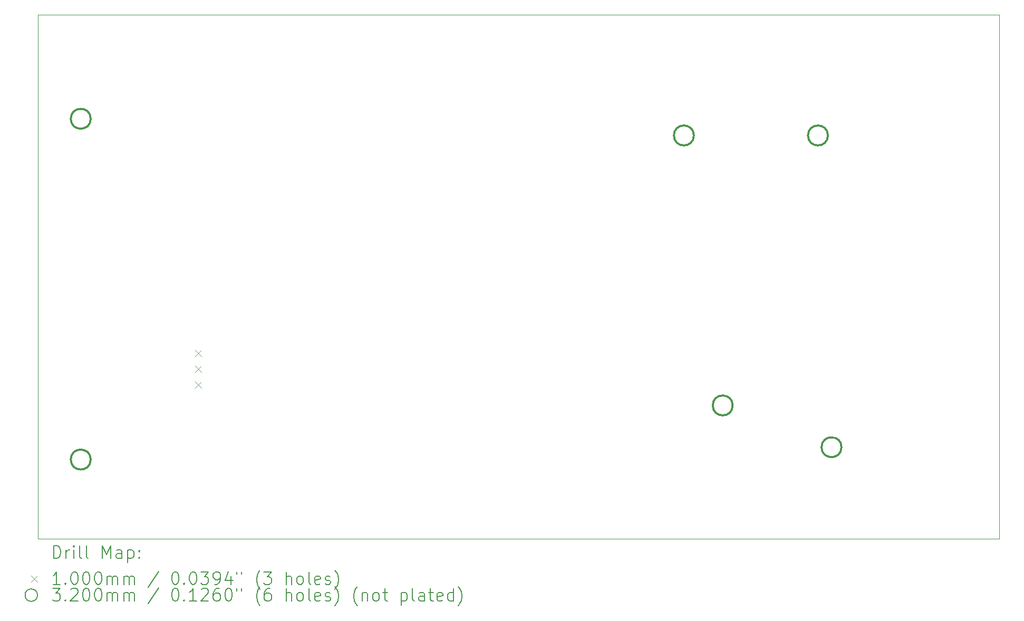
<source format=gbr>
%TF.GenerationSoftware,KiCad,Pcbnew,7.0.5*%
%TF.CreationDate,2024-01-23T10:43:06-05:00*%
%TF.ProjectId,PrawnDO_Breakout_Connectorized,50726177-6e44-44f5-9f42-7265616b6f75,rev?*%
%TF.SameCoordinates,Original*%
%TF.FileFunction,Drillmap*%
%TF.FilePolarity,Positive*%
%FSLAX45Y45*%
G04 Gerber Fmt 4.5, Leading zero omitted, Abs format (unit mm)*
G04 Created by KiCad (PCBNEW 7.0.5) date 2024-01-23 10:43:06*
%MOMM*%
%LPD*%
G01*
G04 APERTURE LIST*
%ADD10C,0.100000*%
%ADD11C,0.200000*%
%ADD12C,0.320000*%
G04 APERTURE END LIST*
D10*
X6790000Y-5420000D02*
X22230000Y-5420000D01*
X22230000Y-13830000D01*
X6790000Y-13830000D01*
X6790000Y-5420000D01*
D11*
D10*
X9314980Y-10803420D02*
X9414980Y-10903420D01*
X9414980Y-10803420D02*
X9314980Y-10903420D01*
X9314980Y-11057420D02*
X9414980Y-11157420D01*
X9414980Y-11057420D02*
X9314980Y-11157420D01*
X9314980Y-11311420D02*
X9414980Y-11411420D01*
X9414980Y-11311420D02*
X9314980Y-11411420D01*
D12*
X7640000Y-7088000D02*
G75*
G03*
X7640000Y-7088000I-160000J0D01*
G01*
X7640000Y-12561000D02*
G75*
G03*
X7640000Y-12561000I-160000J0D01*
G01*
X17324000Y-7356000D02*
G75*
G03*
X17324000Y-7356000I-160000J0D01*
G01*
X17948000Y-11692000D02*
G75*
G03*
X17948000Y-11692000I-160000J0D01*
G01*
X19477000Y-7356000D02*
G75*
G03*
X19477000Y-7356000I-160000J0D01*
G01*
X19695000Y-12363000D02*
G75*
G03*
X19695000Y-12363000I-160000J0D01*
G01*
D11*
X7045777Y-14146484D02*
X7045777Y-13946484D01*
X7045777Y-13946484D02*
X7093396Y-13946484D01*
X7093396Y-13946484D02*
X7121967Y-13956008D01*
X7121967Y-13956008D02*
X7141015Y-13975055D01*
X7141015Y-13975055D02*
X7150539Y-13994103D01*
X7150539Y-13994103D02*
X7160062Y-14032198D01*
X7160062Y-14032198D02*
X7160062Y-14060769D01*
X7160062Y-14060769D02*
X7150539Y-14098865D01*
X7150539Y-14098865D02*
X7141015Y-14117912D01*
X7141015Y-14117912D02*
X7121967Y-14136960D01*
X7121967Y-14136960D02*
X7093396Y-14146484D01*
X7093396Y-14146484D02*
X7045777Y-14146484D01*
X7245777Y-14146484D02*
X7245777Y-14013150D01*
X7245777Y-14051246D02*
X7255301Y-14032198D01*
X7255301Y-14032198D02*
X7264824Y-14022674D01*
X7264824Y-14022674D02*
X7283872Y-14013150D01*
X7283872Y-14013150D02*
X7302920Y-14013150D01*
X7369586Y-14146484D02*
X7369586Y-14013150D01*
X7369586Y-13946484D02*
X7360062Y-13956008D01*
X7360062Y-13956008D02*
X7369586Y-13965531D01*
X7369586Y-13965531D02*
X7379110Y-13956008D01*
X7379110Y-13956008D02*
X7369586Y-13946484D01*
X7369586Y-13946484D02*
X7369586Y-13965531D01*
X7493396Y-14146484D02*
X7474348Y-14136960D01*
X7474348Y-14136960D02*
X7464824Y-14117912D01*
X7464824Y-14117912D02*
X7464824Y-13946484D01*
X7598158Y-14146484D02*
X7579110Y-14136960D01*
X7579110Y-14136960D02*
X7569586Y-14117912D01*
X7569586Y-14117912D02*
X7569586Y-13946484D01*
X7826729Y-14146484D02*
X7826729Y-13946484D01*
X7826729Y-13946484D02*
X7893396Y-14089341D01*
X7893396Y-14089341D02*
X7960062Y-13946484D01*
X7960062Y-13946484D02*
X7960062Y-14146484D01*
X8141015Y-14146484D02*
X8141015Y-14041722D01*
X8141015Y-14041722D02*
X8131491Y-14022674D01*
X8131491Y-14022674D02*
X8112443Y-14013150D01*
X8112443Y-14013150D02*
X8074348Y-14013150D01*
X8074348Y-14013150D02*
X8055301Y-14022674D01*
X8141015Y-14136960D02*
X8121967Y-14146484D01*
X8121967Y-14146484D02*
X8074348Y-14146484D01*
X8074348Y-14146484D02*
X8055301Y-14136960D01*
X8055301Y-14136960D02*
X8045777Y-14117912D01*
X8045777Y-14117912D02*
X8045777Y-14098865D01*
X8045777Y-14098865D02*
X8055301Y-14079817D01*
X8055301Y-14079817D02*
X8074348Y-14070293D01*
X8074348Y-14070293D02*
X8121967Y-14070293D01*
X8121967Y-14070293D02*
X8141015Y-14060769D01*
X8236253Y-14013150D02*
X8236253Y-14213150D01*
X8236253Y-14022674D02*
X8255301Y-14013150D01*
X8255301Y-14013150D02*
X8293396Y-14013150D01*
X8293396Y-14013150D02*
X8312443Y-14022674D01*
X8312443Y-14022674D02*
X8321967Y-14032198D01*
X8321967Y-14032198D02*
X8331491Y-14051246D01*
X8331491Y-14051246D02*
X8331491Y-14108388D01*
X8331491Y-14108388D02*
X8321967Y-14127436D01*
X8321967Y-14127436D02*
X8312443Y-14136960D01*
X8312443Y-14136960D02*
X8293396Y-14146484D01*
X8293396Y-14146484D02*
X8255301Y-14146484D01*
X8255301Y-14146484D02*
X8236253Y-14136960D01*
X8417205Y-14127436D02*
X8426729Y-14136960D01*
X8426729Y-14136960D02*
X8417205Y-14146484D01*
X8417205Y-14146484D02*
X8407682Y-14136960D01*
X8407682Y-14136960D02*
X8417205Y-14127436D01*
X8417205Y-14127436D02*
X8417205Y-14146484D01*
X8417205Y-14022674D02*
X8426729Y-14032198D01*
X8426729Y-14032198D02*
X8417205Y-14041722D01*
X8417205Y-14041722D02*
X8407682Y-14032198D01*
X8407682Y-14032198D02*
X8417205Y-14022674D01*
X8417205Y-14022674D02*
X8417205Y-14041722D01*
D10*
X6685000Y-14425000D02*
X6785000Y-14525000D01*
X6785000Y-14425000D02*
X6685000Y-14525000D01*
D11*
X7150539Y-14566484D02*
X7036253Y-14566484D01*
X7093396Y-14566484D02*
X7093396Y-14366484D01*
X7093396Y-14366484D02*
X7074348Y-14395055D01*
X7074348Y-14395055D02*
X7055301Y-14414103D01*
X7055301Y-14414103D02*
X7036253Y-14423627D01*
X7236253Y-14547436D02*
X7245777Y-14556960D01*
X7245777Y-14556960D02*
X7236253Y-14566484D01*
X7236253Y-14566484D02*
X7226729Y-14556960D01*
X7226729Y-14556960D02*
X7236253Y-14547436D01*
X7236253Y-14547436D02*
X7236253Y-14566484D01*
X7369586Y-14366484D02*
X7388634Y-14366484D01*
X7388634Y-14366484D02*
X7407682Y-14376008D01*
X7407682Y-14376008D02*
X7417205Y-14385531D01*
X7417205Y-14385531D02*
X7426729Y-14404579D01*
X7426729Y-14404579D02*
X7436253Y-14442674D01*
X7436253Y-14442674D02*
X7436253Y-14490293D01*
X7436253Y-14490293D02*
X7426729Y-14528388D01*
X7426729Y-14528388D02*
X7417205Y-14547436D01*
X7417205Y-14547436D02*
X7407682Y-14556960D01*
X7407682Y-14556960D02*
X7388634Y-14566484D01*
X7388634Y-14566484D02*
X7369586Y-14566484D01*
X7369586Y-14566484D02*
X7350539Y-14556960D01*
X7350539Y-14556960D02*
X7341015Y-14547436D01*
X7341015Y-14547436D02*
X7331491Y-14528388D01*
X7331491Y-14528388D02*
X7321967Y-14490293D01*
X7321967Y-14490293D02*
X7321967Y-14442674D01*
X7321967Y-14442674D02*
X7331491Y-14404579D01*
X7331491Y-14404579D02*
X7341015Y-14385531D01*
X7341015Y-14385531D02*
X7350539Y-14376008D01*
X7350539Y-14376008D02*
X7369586Y-14366484D01*
X7560062Y-14366484D02*
X7579110Y-14366484D01*
X7579110Y-14366484D02*
X7598158Y-14376008D01*
X7598158Y-14376008D02*
X7607682Y-14385531D01*
X7607682Y-14385531D02*
X7617205Y-14404579D01*
X7617205Y-14404579D02*
X7626729Y-14442674D01*
X7626729Y-14442674D02*
X7626729Y-14490293D01*
X7626729Y-14490293D02*
X7617205Y-14528388D01*
X7617205Y-14528388D02*
X7607682Y-14547436D01*
X7607682Y-14547436D02*
X7598158Y-14556960D01*
X7598158Y-14556960D02*
X7579110Y-14566484D01*
X7579110Y-14566484D02*
X7560062Y-14566484D01*
X7560062Y-14566484D02*
X7541015Y-14556960D01*
X7541015Y-14556960D02*
X7531491Y-14547436D01*
X7531491Y-14547436D02*
X7521967Y-14528388D01*
X7521967Y-14528388D02*
X7512443Y-14490293D01*
X7512443Y-14490293D02*
X7512443Y-14442674D01*
X7512443Y-14442674D02*
X7521967Y-14404579D01*
X7521967Y-14404579D02*
X7531491Y-14385531D01*
X7531491Y-14385531D02*
X7541015Y-14376008D01*
X7541015Y-14376008D02*
X7560062Y-14366484D01*
X7750539Y-14366484D02*
X7769586Y-14366484D01*
X7769586Y-14366484D02*
X7788634Y-14376008D01*
X7788634Y-14376008D02*
X7798158Y-14385531D01*
X7798158Y-14385531D02*
X7807682Y-14404579D01*
X7807682Y-14404579D02*
X7817205Y-14442674D01*
X7817205Y-14442674D02*
X7817205Y-14490293D01*
X7817205Y-14490293D02*
X7807682Y-14528388D01*
X7807682Y-14528388D02*
X7798158Y-14547436D01*
X7798158Y-14547436D02*
X7788634Y-14556960D01*
X7788634Y-14556960D02*
X7769586Y-14566484D01*
X7769586Y-14566484D02*
X7750539Y-14566484D01*
X7750539Y-14566484D02*
X7731491Y-14556960D01*
X7731491Y-14556960D02*
X7721967Y-14547436D01*
X7721967Y-14547436D02*
X7712443Y-14528388D01*
X7712443Y-14528388D02*
X7702920Y-14490293D01*
X7702920Y-14490293D02*
X7702920Y-14442674D01*
X7702920Y-14442674D02*
X7712443Y-14404579D01*
X7712443Y-14404579D02*
X7721967Y-14385531D01*
X7721967Y-14385531D02*
X7731491Y-14376008D01*
X7731491Y-14376008D02*
X7750539Y-14366484D01*
X7902920Y-14566484D02*
X7902920Y-14433150D01*
X7902920Y-14452198D02*
X7912443Y-14442674D01*
X7912443Y-14442674D02*
X7931491Y-14433150D01*
X7931491Y-14433150D02*
X7960063Y-14433150D01*
X7960063Y-14433150D02*
X7979110Y-14442674D01*
X7979110Y-14442674D02*
X7988634Y-14461722D01*
X7988634Y-14461722D02*
X7988634Y-14566484D01*
X7988634Y-14461722D02*
X7998158Y-14442674D01*
X7998158Y-14442674D02*
X8017205Y-14433150D01*
X8017205Y-14433150D02*
X8045777Y-14433150D01*
X8045777Y-14433150D02*
X8064824Y-14442674D01*
X8064824Y-14442674D02*
X8074348Y-14461722D01*
X8074348Y-14461722D02*
X8074348Y-14566484D01*
X8169586Y-14566484D02*
X8169586Y-14433150D01*
X8169586Y-14452198D02*
X8179110Y-14442674D01*
X8179110Y-14442674D02*
X8198158Y-14433150D01*
X8198158Y-14433150D02*
X8226729Y-14433150D01*
X8226729Y-14433150D02*
X8245777Y-14442674D01*
X8245777Y-14442674D02*
X8255301Y-14461722D01*
X8255301Y-14461722D02*
X8255301Y-14566484D01*
X8255301Y-14461722D02*
X8264824Y-14442674D01*
X8264824Y-14442674D02*
X8283872Y-14433150D01*
X8283872Y-14433150D02*
X8312443Y-14433150D01*
X8312443Y-14433150D02*
X8331491Y-14442674D01*
X8331491Y-14442674D02*
X8341015Y-14461722D01*
X8341015Y-14461722D02*
X8341015Y-14566484D01*
X8731491Y-14356960D02*
X8560063Y-14614103D01*
X8988634Y-14366484D02*
X9007682Y-14366484D01*
X9007682Y-14366484D02*
X9026729Y-14376008D01*
X9026729Y-14376008D02*
X9036253Y-14385531D01*
X9036253Y-14385531D02*
X9045777Y-14404579D01*
X9045777Y-14404579D02*
X9055301Y-14442674D01*
X9055301Y-14442674D02*
X9055301Y-14490293D01*
X9055301Y-14490293D02*
X9045777Y-14528388D01*
X9045777Y-14528388D02*
X9036253Y-14547436D01*
X9036253Y-14547436D02*
X9026729Y-14556960D01*
X9026729Y-14556960D02*
X9007682Y-14566484D01*
X9007682Y-14566484D02*
X8988634Y-14566484D01*
X8988634Y-14566484D02*
X8969587Y-14556960D01*
X8969587Y-14556960D02*
X8960063Y-14547436D01*
X8960063Y-14547436D02*
X8950539Y-14528388D01*
X8950539Y-14528388D02*
X8941015Y-14490293D01*
X8941015Y-14490293D02*
X8941015Y-14442674D01*
X8941015Y-14442674D02*
X8950539Y-14404579D01*
X8950539Y-14404579D02*
X8960063Y-14385531D01*
X8960063Y-14385531D02*
X8969587Y-14376008D01*
X8969587Y-14376008D02*
X8988634Y-14366484D01*
X9141015Y-14547436D02*
X9150539Y-14556960D01*
X9150539Y-14556960D02*
X9141015Y-14566484D01*
X9141015Y-14566484D02*
X9131491Y-14556960D01*
X9131491Y-14556960D02*
X9141015Y-14547436D01*
X9141015Y-14547436D02*
X9141015Y-14566484D01*
X9274348Y-14366484D02*
X9293396Y-14366484D01*
X9293396Y-14366484D02*
X9312444Y-14376008D01*
X9312444Y-14376008D02*
X9321968Y-14385531D01*
X9321968Y-14385531D02*
X9331491Y-14404579D01*
X9331491Y-14404579D02*
X9341015Y-14442674D01*
X9341015Y-14442674D02*
X9341015Y-14490293D01*
X9341015Y-14490293D02*
X9331491Y-14528388D01*
X9331491Y-14528388D02*
X9321968Y-14547436D01*
X9321968Y-14547436D02*
X9312444Y-14556960D01*
X9312444Y-14556960D02*
X9293396Y-14566484D01*
X9293396Y-14566484D02*
X9274348Y-14566484D01*
X9274348Y-14566484D02*
X9255301Y-14556960D01*
X9255301Y-14556960D02*
X9245777Y-14547436D01*
X9245777Y-14547436D02*
X9236253Y-14528388D01*
X9236253Y-14528388D02*
X9226729Y-14490293D01*
X9226729Y-14490293D02*
X9226729Y-14442674D01*
X9226729Y-14442674D02*
X9236253Y-14404579D01*
X9236253Y-14404579D02*
X9245777Y-14385531D01*
X9245777Y-14385531D02*
X9255301Y-14376008D01*
X9255301Y-14376008D02*
X9274348Y-14366484D01*
X9407682Y-14366484D02*
X9531491Y-14366484D01*
X9531491Y-14366484D02*
X9464825Y-14442674D01*
X9464825Y-14442674D02*
X9493396Y-14442674D01*
X9493396Y-14442674D02*
X9512444Y-14452198D01*
X9512444Y-14452198D02*
X9521968Y-14461722D01*
X9521968Y-14461722D02*
X9531491Y-14480769D01*
X9531491Y-14480769D02*
X9531491Y-14528388D01*
X9531491Y-14528388D02*
X9521968Y-14547436D01*
X9521968Y-14547436D02*
X9512444Y-14556960D01*
X9512444Y-14556960D02*
X9493396Y-14566484D01*
X9493396Y-14566484D02*
X9436253Y-14566484D01*
X9436253Y-14566484D02*
X9417206Y-14556960D01*
X9417206Y-14556960D02*
X9407682Y-14547436D01*
X9626729Y-14566484D02*
X9664825Y-14566484D01*
X9664825Y-14566484D02*
X9683872Y-14556960D01*
X9683872Y-14556960D02*
X9693396Y-14547436D01*
X9693396Y-14547436D02*
X9712444Y-14518865D01*
X9712444Y-14518865D02*
X9721968Y-14480769D01*
X9721968Y-14480769D02*
X9721968Y-14404579D01*
X9721968Y-14404579D02*
X9712444Y-14385531D01*
X9712444Y-14385531D02*
X9702920Y-14376008D01*
X9702920Y-14376008D02*
X9683872Y-14366484D01*
X9683872Y-14366484D02*
X9645777Y-14366484D01*
X9645777Y-14366484D02*
X9626729Y-14376008D01*
X9626729Y-14376008D02*
X9617206Y-14385531D01*
X9617206Y-14385531D02*
X9607682Y-14404579D01*
X9607682Y-14404579D02*
X9607682Y-14452198D01*
X9607682Y-14452198D02*
X9617206Y-14471246D01*
X9617206Y-14471246D02*
X9626729Y-14480769D01*
X9626729Y-14480769D02*
X9645777Y-14490293D01*
X9645777Y-14490293D02*
X9683872Y-14490293D01*
X9683872Y-14490293D02*
X9702920Y-14480769D01*
X9702920Y-14480769D02*
X9712444Y-14471246D01*
X9712444Y-14471246D02*
X9721968Y-14452198D01*
X9893396Y-14433150D02*
X9893396Y-14566484D01*
X9845777Y-14356960D02*
X9798158Y-14499817D01*
X9798158Y-14499817D02*
X9921968Y-14499817D01*
X9988634Y-14366484D02*
X9988634Y-14404579D01*
X10064825Y-14366484D02*
X10064825Y-14404579D01*
X10360063Y-14642674D02*
X10350539Y-14633150D01*
X10350539Y-14633150D02*
X10331491Y-14604579D01*
X10331491Y-14604579D02*
X10321968Y-14585531D01*
X10321968Y-14585531D02*
X10312444Y-14556960D01*
X10312444Y-14556960D02*
X10302920Y-14509341D01*
X10302920Y-14509341D02*
X10302920Y-14471246D01*
X10302920Y-14471246D02*
X10312444Y-14423627D01*
X10312444Y-14423627D02*
X10321968Y-14395055D01*
X10321968Y-14395055D02*
X10331491Y-14376008D01*
X10331491Y-14376008D02*
X10350539Y-14347436D01*
X10350539Y-14347436D02*
X10360063Y-14337912D01*
X10417206Y-14366484D02*
X10541015Y-14366484D01*
X10541015Y-14366484D02*
X10474349Y-14442674D01*
X10474349Y-14442674D02*
X10502920Y-14442674D01*
X10502920Y-14442674D02*
X10521968Y-14452198D01*
X10521968Y-14452198D02*
X10531491Y-14461722D01*
X10531491Y-14461722D02*
X10541015Y-14480769D01*
X10541015Y-14480769D02*
X10541015Y-14528388D01*
X10541015Y-14528388D02*
X10531491Y-14547436D01*
X10531491Y-14547436D02*
X10521968Y-14556960D01*
X10521968Y-14556960D02*
X10502920Y-14566484D01*
X10502920Y-14566484D02*
X10445777Y-14566484D01*
X10445777Y-14566484D02*
X10426730Y-14556960D01*
X10426730Y-14556960D02*
X10417206Y-14547436D01*
X10779111Y-14566484D02*
X10779111Y-14366484D01*
X10864825Y-14566484D02*
X10864825Y-14461722D01*
X10864825Y-14461722D02*
X10855301Y-14442674D01*
X10855301Y-14442674D02*
X10836253Y-14433150D01*
X10836253Y-14433150D02*
X10807682Y-14433150D01*
X10807682Y-14433150D02*
X10788634Y-14442674D01*
X10788634Y-14442674D02*
X10779111Y-14452198D01*
X10988634Y-14566484D02*
X10969587Y-14556960D01*
X10969587Y-14556960D02*
X10960063Y-14547436D01*
X10960063Y-14547436D02*
X10950539Y-14528388D01*
X10950539Y-14528388D02*
X10950539Y-14471246D01*
X10950539Y-14471246D02*
X10960063Y-14452198D01*
X10960063Y-14452198D02*
X10969587Y-14442674D01*
X10969587Y-14442674D02*
X10988634Y-14433150D01*
X10988634Y-14433150D02*
X11017206Y-14433150D01*
X11017206Y-14433150D02*
X11036253Y-14442674D01*
X11036253Y-14442674D02*
X11045777Y-14452198D01*
X11045777Y-14452198D02*
X11055301Y-14471246D01*
X11055301Y-14471246D02*
X11055301Y-14528388D01*
X11055301Y-14528388D02*
X11045777Y-14547436D01*
X11045777Y-14547436D02*
X11036253Y-14556960D01*
X11036253Y-14556960D02*
X11017206Y-14566484D01*
X11017206Y-14566484D02*
X10988634Y-14566484D01*
X11169587Y-14566484D02*
X11150539Y-14556960D01*
X11150539Y-14556960D02*
X11141015Y-14537912D01*
X11141015Y-14537912D02*
X11141015Y-14366484D01*
X11321968Y-14556960D02*
X11302920Y-14566484D01*
X11302920Y-14566484D02*
X11264825Y-14566484D01*
X11264825Y-14566484D02*
X11245777Y-14556960D01*
X11245777Y-14556960D02*
X11236253Y-14537912D01*
X11236253Y-14537912D02*
X11236253Y-14461722D01*
X11236253Y-14461722D02*
X11245777Y-14442674D01*
X11245777Y-14442674D02*
X11264825Y-14433150D01*
X11264825Y-14433150D02*
X11302920Y-14433150D01*
X11302920Y-14433150D02*
X11321968Y-14442674D01*
X11321968Y-14442674D02*
X11331491Y-14461722D01*
X11331491Y-14461722D02*
X11331491Y-14480769D01*
X11331491Y-14480769D02*
X11236253Y-14499817D01*
X11407682Y-14556960D02*
X11426730Y-14566484D01*
X11426730Y-14566484D02*
X11464825Y-14566484D01*
X11464825Y-14566484D02*
X11483872Y-14556960D01*
X11483872Y-14556960D02*
X11493396Y-14537912D01*
X11493396Y-14537912D02*
X11493396Y-14528388D01*
X11493396Y-14528388D02*
X11483872Y-14509341D01*
X11483872Y-14509341D02*
X11464825Y-14499817D01*
X11464825Y-14499817D02*
X11436253Y-14499817D01*
X11436253Y-14499817D02*
X11417206Y-14490293D01*
X11417206Y-14490293D02*
X11407682Y-14471246D01*
X11407682Y-14471246D02*
X11407682Y-14461722D01*
X11407682Y-14461722D02*
X11417206Y-14442674D01*
X11417206Y-14442674D02*
X11436253Y-14433150D01*
X11436253Y-14433150D02*
X11464825Y-14433150D01*
X11464825Y-14433150D02*
X11483872Y-14442674D01*
X11560063Y-14642674D02*
X11569587Y-14633150D01*
X11569587Y-14633150D02*
X11588634Y-14604579D01*
X11588634Y-14604579D02*
X11598158Y-14585531D01*
X11598158Y-14585531D02*
X11607682Y-14556960D01*
X11607682Y-14556960D02*
X11617206Y-14509341D01*
X11617206Y-14509341D02*
X11617206Y-14471246D01*
X11617206Y-14471246D02*
X11607682Y-14423627D01*
X11607682Y-14423627D02*
X11598158Y-14395055D01*
X11598158Y-14395055D02*
X11588634Y-14376008D01*
X11588634Y-14376008D02*
X11569587Y-14347436D01*
X11569587Y-14347436D02*
X11560063Y-14337912D01*
X6785000Y-14739000D02*
G75*
G03*
X6785000Y-14739000I-100000J0D01*
G01*
X7026729Y-14630484D02*
X7150539Y-14630484D01*
X7150539Y-14630484D02*
X7083872Y-14706674D01*
X7083872Y-14706674D02*
X7112443Y-14706674D01*
X7112443Y-14706674D02*
X7131491Y-14716198D01*
X7131491Y-14716198D02*
X7141015Y-14725722D01*
X7141015Y-14725722D02*
X7150539Y-14744769D01*
X7150539Y-14744769D02*
X7150539Y-14792388D01*
X7150539Y-14792388D02*
X7141015Y-14811436D01*
X7141015Y-14811436D02*
X7131491Y-14820960D01*
X7131491Y-14820960D02*
X7112443Y-14830484D01*
X7112443Y-14830484D02*
X7055301Y-14830484D01*
X7055301Y-14830484D02*
X7036253Y-14820960D01*
X7036253Y-14820960D02*
X7026729Y-14811436D01*
X7236253Y-14811436D02*
X7245777Y-14820960D01*
X7245777Y-14820960D02*
X7236253Y-14830484D01*
X7236253Y-14830484D02*
X7226729Y-14820960D01*
X7226729Y-14820960D02*
X7236253Y-14811436D01*
X7236253Y-14811436D02*
X7236253Y-14830484D01*
X7321967Y-14649531D02*
X7331491Y-14640008D01*
X7331491Y-14640008D02*
X7350539Y-14630484D01*
X7350539Y-14630484D02*
X7398158Y-14630484D01*
X7398158Y-14630484D02*
X7417205Y-14640008D01*
X7417205Y-14640008D02*
X7426729Y-14649531D01*
X7426729Y-14649531D02*
X7436253Y-14668579D01*
X7436253Y-14668579D02*
X7436253Y-14687627D01*
X7436253Y-14687627D02*
X7426729Y-14716198D01*
X7426729Y-14716198D02*
X7312443Y-14830484D01*
X7312443Y-14830484D02*
X7436253Y-14830484D01*
X7560062Y-14630484D02*
X7579110Y-14630484D01*
X7579110Y-14630484D02*
X7598158Y-14640008D01*
X7598158Y-14640008D02*
X7607682Y-14649531D01*
X7607682Y-14649531D02*
X7617205Y-14668579D01*
X7617205Y-14668579D02*
X7626729Y-14706674D01*
X7626729Y-14706674D02*
X7626729Y-14754293D01*
X7626729Y-14754293D02*
X7617205Y-14792388D01*
X7617205Y-14792388D02*
X7607682Y-14811436D01*
X7607682Y-14811436D02*
X7598158Y-14820960D01*
X7598158Y-14820960D02*
X7579110Y-14830484D01*
X7579110Y-14830484D02*
X7560062Y-14830484D01*
X7560062Y-14830484D02*
X7541015Y-14820960D01*
X7541015Y-14820960D02*
X7531491Y-14811436D01*
X7531491Y-14811436D02*
X7521967Y-14792388D01*
X7521967Y-14792388D02*
X7512443Y-14754293D01*
X7512443Y-14754293D02*
X7512443Y-14706674D01*
X7512443Y-14706674D02*
X7521967Y-14668579D01*
X7521967Y-14668579D02*
X7531491Y-14649531D01*
X7531491Y-14649531D02*
X7541015Y-14640008D01*
X7541015Y-14640008D02*
X7560062Y-14630484D01*
X7750539Y-14630484D02*
X7769586Y-14630484D01*
X7769586Y-14630484D02*
X7788634Y-14640008D01*
X7788634Y-14640008D02*
X7798158Y-14649531D01*
X7798158Y-14649531D02*
X7807682Y-14668579D01*
X7807682Y-14668579D02*
X7817205Y-14706674D01*
X7817205Y-14706674D02*
X7817205Y-14754293D01*
X7817205Y-14754293D02*
X7807682Y-14792388D01*
X7807682Y-14792388D02*
X7798158Y-14811436D01*
X7798158Y-14811436D02*
X7788634Y-14820960D01*
X7788634Y-14820960D02*
X7769586Y-14830484D01*
X7769586Y-14830484D02*
X7750539Y-14830484D01*
X7750539Y-14830484D02*
X7731491Y-14820960D01*
X7731491Y-14820960D02*
X7721967Y-14811436D01*
X7721967Y-14811436D02*
X7712443Y-14792388D01*
X7712443Y-14792388D02*
X7702920Y-14754293D01*
X7702920Y-14754293D02*
X7702920Y-14706674D01*
X7702920Y-14706674D02*
X7712443Y-14668579D01*
X7712443Y-14668579D02*
X7721967Y-14649531D01*
X7721967Y-14649531D02*
X7731491Y-14640008D01*
X7731491Y-14640008D02*
X7750539Y-14630484D01*
X7902920Y-14830484D02*
X7902920Y-14697150D01*
X7902920Y-14716198D02*
X7912443Y-14706674D01*
X7912443Y-14706674D02*
X7931491Y-14697150D01*
X7931491Y-14697150D02*
X7960063Y-14697150D01*
X7960063Y-14697150D02*
X7979110Y-14706674D01*
X7979110Y-14706674D02*
X7988634Y-14725722D01*
X7988634Y-14725722D02*
X7988634Y-14830484D01*
X7988634Y-14725722D02*
X7998158Y-14706674D01*
X7998158Y-14706674D02*
X8017205Y-14697150D01*
X8017205Y-14697150D02*
X8045777Y-14697150D01*
X8045777Y-14697150D02*
X8064824Y-14706674D01*
X8064824Y-14706674D02*
X8074348Y-14725722D01*
X8074348Y-14725722D02*
X8074348Y-14830484D01*
X8169586Y-14830484D02*
X8169586Y-14697150D01*
X8169586Y-14716198D02*
X8179110Y-14706674D01*
X8179110Y-14706674D02*
X8198158Y-14697150D01*
X8198158Y-14697150D02*
X8226729Y-14697150D01*
X8226729Y-14697150D02*
X8245777Y-14706674D01*
X8245777Y-14706674D02*
X8255301Y-14725722D01*
X8255301Y-14725722D02*
X8255301Y-14830484D01*
X8255301Y-14725722D02*
X8264824Y-14706674D01*
X8264824Y-14706674D02*
X8283872Y-14697150D01*
X8283872Y-14697150D02*
X8312443Y-14697150D01*
X8312443Y-14697150D02*
X8331491Y-14706674D01*
X8331491Y-14706674D02*
X8341015Y-14725722D01*
X8341015Y-14725722D02*
X8341015Y-14830484D01*
X8731491Y-14620960D02*
X8560063Y-14878103D01*
X8988634Y-14630484D02*
X9007682Y-14630484D01*
X9007682Y-14630484D02*
X9026729Y-14640008D01*
X9026729Y-14640008D02*
X9036253Y-14649531D01*
X9036253Y-14649531D02*
X9045777Y-14668579D01*
X9045777Y-14668579D02*
X9055301Y-14706674D01*
X9055301Y-14706674D02*
X9055301Y-14754293D01*
X9055301Y-14754293D02*
X9045777Y-14792388D01*
X9045777Y-14792388D02*
X9036253Y-14811436D01*
X9036253Y-14811436D02*
X9026729Y-14820960D01*
X9026729Y-14820960D02*
X9007682Y-14830484D01*
X9007682Y-14830484D02*
X8988634Y-14830484D01*
X8988634Y-14830484D02*
X8969587Y-14820960D01*
X8969587Y-14820960D02*
X8960063Y-14811436D01*
X8960063Y-14811436D02*
X8950539Y-14792388D01*
X8950539Y-14792388D02*
X8941015Y-14754293D01*
X8941015Y-14754293D02*
X8941015Y-14706674D01*
X8941015Y-14706674D02*
X8950539Y-14668579D01*
X8950539Y-14668579D02*
X8960063Y-14649531D01*
X8960063Y-14649531D02*
X8969587Y-14640008D01*
X8969587Y-14640008D02*
X8988634Y-14630484D01*
X9141015Y-14811436D02*
X9150539Y-14820960D01*
X9150539Y-14820960D02*
X9141015Y-14830484D01*
X9141015Y-14830484D02*
X9131491Y-14820960D01*
X9131491Y-14820960D02*
X9141015Y-14811436D01*
X9141015Y-14811436D02*
X9141015Y-14830484D01*
X9341015Y-14830484D02*
X9226729Y-14830484D01*
X9283872Y-14830484D02*
X9283872Y-14630484D01*
X9283872Y-14630484D02*
X9264825Y-14659055D01*
X9264825Y-14659055D02*
X9245777Y-14678103D01*
X9245777Y-14678103D02*
X9226729Y-14687627D01*
X9417206Y-14649531D02*
X9426729Y-14640008D01*
X9426729Y-14640008D02*
X9445777Y-14630484D01*
X9445777Y-14630484D02*
X9493396Y-14630484D01*
X9493396Y-14630484D02*
X9512444Y-14640008D01*
X9512444Y-14640008D02*
X9521968Y-14649531D01*
X9521968Y-14649531D02*
X9531491Y-14668579D01*
X9531491Y-14668579D02*
X9531491Y-14687627D01*
X9531491Y-14687627D02*
X9521968Y-14716198D01*
X9521968Y-14716198D02*
X9407682Y-14830484D01*
X9407682Y-14830484D02*
X9531491Y-14830484D01*
X9702920Y-14630484D02*
X9664825Y-14630484D01*
X9664825Y-14630484D02*
X9645777Y-14640008D01*
X9645777Y-14640008D02*
X9636253Y-14649531D01*
X9636253Y-14649531D02*
X9617206Y-14678103D01*
X9617206Y-14678103D02*
X9607682Y-14716198D01*
X9607682Y-14716198D02*
X9607682Y-14792388D01*
X9607682Y-14792388D02*
X9617206Y-14811436D01*
X9617206Y-14811436D02*
X9626729Y-14820960D01*
X9626729Y-14820960D02*
X9645777Y-14830484D01*
X9645777Y-14830484D02*
X9683872Y-14830484D01*
X9683872Y-14830484D02*
X9702920Y-14820960D01*
X9702920Y-14820960D02*
X9712444Y-14811436D01*
X9712444Y-14811436D02*
X9721968Y-14792388D01*
X9721968Y-14792388D02*
X9721968Y-14744769D01*
X9721968Y-14744769D02*
X9712444Y-14725722D01*
X9712444Y-14725722D02*
X9702920Y-14716198D01*
X9702920Y-14716198D02*
X9683872Y-14706674D01*
X9683872Y-14706674D02*
X9645777Y-14706674D01*
X9645777Y-14706674D02*
X9626729Y-14716198D01*
X9626729Y-14716198D02*
X9617206Y-14725722D01*
X9617206Y-14725722D02*
X9607682Y-14744769D01*
X9845777Y-14630484D02*
X9864825Y-14630484D01*
X9864825Y-14630484D02*
X9883872Y-14640008D01*
X9883872Y-14640008D02*
X9893396Y-14649531D01*
X9893396Y-14649531D02*
X9902920Y-14668579D01*
X9902920Y-14668579D02*
X9912444Y-14706674D01*
X9912444Y-14706674D02*
X9912444Y-14754293D01*
X9912444Y-14754293D02*
X9902920Y-14792388D01*
X9902920Y-14792388D02*
X9893396Y-14811436D01*
X9893396Y-14811436D02*
X9883872Y-14820960D01*
X9883872Y-14820960D02*
X9864825Y-14830484D01*
X9864825Y-14830484D02*
X9845777Y-14830484D01*
X9845777Y-14830484D02*
X9826729Y-14820960D01*
X9826729Y-14820960D02*
X9817206Y-14811436D01*
X9817206Y-14811436D02*
X9807682Y-14792388D01*
X9807682Y-14792388D02*
X9798158Y-14754293D01*
X9798158Y-14754293D02*
X9798158Y-14706674D01*
X9798158Y-14706674D02*
X9807682Y-14668579D01*
X9807682Y-14668579D02*
X9817206Y-14649531D01*
X9817206Y-14649531D02*
X9826729Y-14640008D01*
X9826729Y-14640008D02*
X9845777Y-14630484D01*
X9988634Y-14630484D02*
X9988634Y-14668579D01*
X10064825Y-14630484D02*
X10064825Y-14668579D01*
X10360063Y-14906674D02*
X10350539Y-14897150D01*
X10350539Y-14897150D02*
X10331491Y-14868579D01*
X10331491Y-14868579D02*
X10321968Y-14849531D01*
X10321968Y-14849531D02*
X10312444Y-14820960D01*
X10312444Y-14820960D02*
X10302920Y-14773341D01*
X10302920Y-14773341D02*
X10302920Y-14735246D01*
X10302920Y-14735246D02*
X10312444Y-14687627D01*
X10312444Y-14687627D02*
X10321968Y-14659055D01*
X10321968Y-14659055D02*
X10331491Y-14640008D01*
X10331491Y-14640008D02*
X10350539Y-14611436D01*
X10350539Y-14611436D02*
X10360063Y-14601912D01*
X10521968Y-14630484D02*
X10483872Y-14630484D01*
X10483872Y-14630484D02*
X10464825Y-14640008D01*
X10464825Y-14640008D02*
X10455301Y-14649531D01*
X10455301Y-14649531D02*
X10436253Y-14678103D01*
X10436253Y-14678103D02*
X10426730Y-14716198D01*
X10426730Y-14716198D02*
X10426730Y-14792388D01*
X10426730Y-14792388D02*
X10436253Y-14811436D01*
X10436253Y-14811436D02*
X10445777Y-14820960D01*
X10445777Y-14820960D02*
X10464825Y-14830484D01*
X10464825Y-14830484D02*
X10502920Y-14830484D01*
X10502920Y-14830484D02*
X10521968Y-14820960D01*
X10521968Y-14820960D02*
X10531491Y-14811436D01*
X10531491Y-14811436D02*
X10541015Y-14792388D01*
X10541015Y-14792388D02*
X10541015Y-14744769D01*
X10541015Y-14744769D02*
X10531491Y-14725722D01*
X10531491Y-14725722D02*
X10521968Y-14716198D01*
X10521968Y-14716198D02*
X10502920Y-14706674D01*
X10502920Y-14706674D02*
X10464825Y-14706674D01*
X10464825Y-14706674D02*
X10445777Y-14716198D01*
X10445777Y-14716198D02*
X10436253Y-14725722D01*
X10436253Y-14725722D02*
X10426730Y-14744769D01*
X10779111Y-14830484D02*
X10779111Y-14630484D01*
X10864825Y-14830484D02*
X10864825Y-14725722D01*
X10864825Y-14725722D02*
X10855301Y-14706674D01*
X10855301Y-14706674D02*
X10836253Y-14697150D01*
X10836253Y-14697150D02*
X10807682Y-14697150D01*
X10807682Y-14697150D02*
X10788634Y-14706674D01*
X10788634Y-14706674D02*
X10779111Y-14716198D01*
X10988634Y-14830484D02*
X10969587Y-14820960D01*
X10969587Y-14820960D02*
X10960063Y-14811436D01*
X10960063Y-14811436D02*
X10950539Y-14792388D01*
X10950539Y-14792388D02*
X10950539Y-14735246D01*
X10950539Y-14735246D02*
X10960063Y-14716198D01*
X10960063Y-14716198D02*
X10969587Y-14706674D01*
X10969587Y-14706674D02*
X10988634Y-14697150D01*
X10988634Y-14697150D02*
X11017206Y-14697150D01*
X11017206Y-14697150D02*
X11036253Y-14706674D01*
X11036253Y-14706674D02*
X11045777Y-14716198D01*
X11045777Y-14716198D02*
X11055301Y-14735246D01*
X11055301Y-14735246D02*
X11055301Y-14792388D01*
X11055301Y-14792388D02*
X11045777Y-14811436D01*
X11045777Y-14811436D02*
X11036253Y-14820960D01*
X11036253Y-14820960D02*
X11017206Y-14830484D01*
X11017206Y-14830484D02*
X10988634Y-14830484D01*
X11169587Y-14830484D02*
X11150539Y-14820960D01*
X11150539Y-14820960D02*
X11141015Y-14801912D01*
X11141015Y-14801912D02*
X11141015Y-14630484D01*
X11321968Y-14820960D02*
X11302920Y-14830484D01*
X11302920Y-14830484D02*
X11264825Y-14830484D01*
X11264825Y-14830484D02*
X11245777Y-14820960D01*
X11245777Y-14820960D02*
X11236253Y-14801912D01*
X11236253Y-14801912D02*
X11236253Y-14725722D01*
X11236253Y-14725722D02*
X11245777Y-14706674D01*
X11245777Y-14706674D02*
X11264825Y-14697150D01*
X11264825Y-14697150D02*
X11302920Y-14697150D01*
X11302920Y-14697150D02*
X11321968Y-14706674D01*
X11321968Y-14706674D02*
X11331491Y-14725722D01*
X11331491Y-14725722D02*
X11331491Y-14744769D01*
X11331491Y-14744769D02*
X11236253Y-14763817D01*
X11407682Y-14820960D02*
X11426730Y-14830484D01*
X11426730Y-14830484D02*
X11464825Y-14830484D01*
X11464825Y-14830484D02*
X11483872Y-14820960D01*
X11483872Y-14820960D02*
X11493396Y-14801912D01*
X11493396Y-14801912D02*
X11493396Y-14792388D01*
X11493396Y-14792388D02*
X11483872Y-14773341D01*
X11483872Y-14773341D02*
X11464825Y-14763817D01*
X11464825Y-14763817D02*
X11436253Y-14763817D01*
X11436253Y-14763817D02*
X11417206Y-14754293D01*
X11417206Y-14754293D02*
X11407682Y-14735246D01*
X11407682Y-14735246D02*
X11407682Y-14725722D01*
X11407682Y-14725722D02*
X11417206Y-14706674D01*
X11417206Y-14706674D02*
X11436253Y-14697150D01*
X11436253Y-14697150D02*
X11464825Y-14697150D01*
X11464825Y-14697150D02*
X11483872Y-14706674D01*
X11560063Y-14906674D02*
X11569587Y-14897150D01*
X11569587Y-14897150D02*
X11588634Y-14868579D01*
X11588634Y-14868579D02*
X11598158Y-14849531D01*
X11598158Y-14849531D02*
X11607682Y-14820960D01*
X11607682Y-14820960D02*
X11617206Y-14773341D01*
X11617206Y-14773341D02*
X11617206Y-14735246D01*
X11617206Y-14735246D02*
X11607682Y-14687627D01*
X11607682Y-14687627D02*
X11598158Y-14659055D01*
X11598158Y-14659055D02*
X11588634Y-14640008D01*
X11588634Y-14640008D02*
X11569587Y-14611436D01*
X11569587Y-14611436D02*
X11560063Y-14601912D01*
X11921968Y-14906674D02*
X11912444Y-14897150D01*
X11912444Y-14897150D02*
X11893396Y-14868579D01*
X11893396Y-14868579D02*
X11883872Y-14849531D01*
X11883872Y-14849531D02*
X11874349Y-14820960D01*
X11874349Y-14820960D02*
X11864825Y-14773341D01*
X11864825Y-14773341D02*
X11864825Y-14735246D01*
X11864825Y-14735246D02*
X11874349Y-14687627D01*
X11874349Y-14687627D02*
X11883872Y-14659055D01*
X11883872Y-14659055D02*
X11893396Y-14640008D01*
X11893396Y-14640008D02*
X11912444Y-14611436D01*
X11912444Y-14611436D02*
X11921968Y-14601912D01*
X11998158Y-14697150D02*
X11998158Y-14830484D01*
X11998158Y-14716198D02*
X12007682Y-14706674D01*
X12007682Y-14706674D02*
X12026730Y-14697150D01*
X12026730Y-14697150D02*
X12055301Y-14697150D01*
X12055301Y-14697150D02*
X12074349Y-14706674D01*
X12074349Y-14706674D02*
X12083872Y-14725722D01*
X12083872Y-14725722D02*
X12083872Y-14830484D01*
X12207682Y-14830484D02*
X12188634Y-14820960D01*
X12188634Y-14820960D02*
X12179111Y-14811436D01*
X12179111Y-14811436D02*
X12169587Y-14792388D01*
X12169587Y-14792388D02*
X12169587Y-14735246D01*
X12169587Y-14735246D02*
X12179111Y-14716198D01*
X12179111Y-14716198D02*
X12188634Y-14706674D01*
X12188634Y-14706674D02*
X12207682Y-14697150D01*
X12207682Y-14697150D02*
X12236253Y-14697150D01*
X12236253Y-14697150D02*
X12255301Y-14706674D01*
X12255301Y-14706674D02*
X12264825Y-14716198D01*
X12264825Y-14716198D02*
X12274349Y-14735246D01*
X12274349Y-14735246D02*
X12274349Y-14792388D01*
X12274349Y-14792388D02*
X12264825Y-14811436D01*
X12264825Y-14811436D02*
X12255301Y-14820960D01*
X12255301Y-14820960D02*
X12236253Y-14830484D01*
X12236253Y-14830484D02*
X12207682Y-14830484D01*
X12331492Y-14697150D02*
X12407682Y-14697150D01*
X12360063Y-14630484D02*
X12360063Y-14801912D01*
X12360063Y-14801912D02*
X12369587Y-14820960D01*
X12369587Y-14820960D02*
X12388634Y-14830484D01*
X12388634Y-14830484D02*
X12407682Y-14830484D01*
X12626730Y-14697150D02*
X12626730Y-14897150D01*
X12626730Y-14706674D02*
X12645777Y-14697150D01*
X12645777Y-14697150D02*
X12683873Y-14697150D01*
X12683873Y-14697150D02*
X12702920Y-14706674D01*
X12702920Y-14706674D02*
X12712444Y-14716198D01*
X12712444Y-14716198D02*
X12721968Y-14735246D01*
X12721968Y-14735246D02*
X12721968Y-14792388D01*
X12721968Y-14792388D02*
X12712444Y-14811436D01*
X12712444Y-14811436D02*
X12702920Y-14820960D01*
X12702920Y-14820960D02*
X12683873Y-14830484D01*
X12683873Y-14830484D02*
X12645777Y-14830484D01*
X12645777Y-14830484D02*
X12626730Y-14820960D01*
X12836253Y-14830484D02*
X12817206Y-14820960D01*
X12817206Y-14820960D02*
X12807682Y-14801912D01*
X12807682Y-14801912D02*
X12807682Y-14630484D01*
X12998158Y-14830484D02*
X12998158Y-14725722D01*
X12998158Y-14725722D02*
X12988634Y-14706674D01*
X12988634Y-14706674D02*
X12969587Y-14697150D01*
X12969587Y-14697150D02*
X12931492Y-14697150D01*
X12931492Y-14697150D02*
X12912444Y-14706674D01*
X12998158Y-14820960D02*
X12979111Y-14830484D01*
X12979111Y-14830484D02*
X12931492Y-14830484D01*
X12931492Y-14830484D02*
X12912444Y-14820960D01*
X12912444Y-14820960D02*
X12902920Y-14801912D01*
X12902920Y-14801912D02*
X12902920Y-14782865D01*
X12902920Y-14782865D02*
X12912444Y-14763817D01*
X12912444Y-14763817D02*
X12931492Y-14754293D01*
X12931492Y-14754293D02*
X12979111Y-14754293D01*
X12979111Y-14754293D02*
X12998158Y-14744769D01*
X13064825Y-14697150D02*
X13141015Y-14697150D01*
X13093396Y-14630484D02*
X13093396Y-14801912D01*
X13093396Y-14801912D02*
X13102920Y-14820960D01*
X13102920Y-14820960D02*
X13121968Y-14830484D01*
X13121968Y-14830484D02*
X13141015Y-14830484D01*
X13283873Y-14820960D02*
X13264825Y-14830484D01*
X13264825Y-14830484D02*
X13226730Y-14830484D01*
X13226730Y-14830484D02*
X13207682Y-14820960D01*
X13207682Y-14820960D02*
X13198158Y-14801912D01*
X13198158Y-14801912D02*
X13198158Y-14725722D01*
X13198158Y-14725722D02*
X13207682Y-14706674D01*
X13207682Y-14706674D02*
X13226730Y-14697150D01*
X13226730Y-14697150D02*
X13264825Y-14697150D01*
X13264825Y-14697150D02*
X13283873Y-14706674D01*
X13283873Y-14706674D02*
X13293396Y-14725722D01*
X13293396Y-14725722D02*
X13293396Y-14744769D01*
X13293396Y-14744769D02*
X13198158Y-14763817D01*
X13464825Y-14830484D02*
X13464825Y-14630484D01*
X13464825Y-14820960D02*
X13445777Y-14830484D01*
X13445777Y-14830484D02*
X13407682Y-14830484D01*
X13407682Y-14830484D02*
X13388634Y-14820960D01*
X13388634Y-14820960D02*
X13379111Y-14811436D01*
X13379111Y-14811436D02*
X13369587Y-14792388D01*
X13369587Y-14792388D02*
X13369587Y-14735246D01*
X13369587Y-14735246D02*
X13379111Y-14716198D01*
X13379111Y-14716198D02*
X13388634Y-14706674D01*
X13388634Y-14706674D02*
X13407682Y-14697150D01*
X13407682Y-14697150D02*
X13445777Y-14697150D01*
X13445777Y-14697150D02*
X13464825Y-14706674D01*
X13541015Y-14906674D02*
X13550539Y-14897150D01*
X13550539Y-14897150D02*
X13569587Y-14868579D01*
X13569587Y-14868579D02*
X13579111Y-14849531D01*
X13579111Y-14849531D02*
X13588634Y-14820960D01*
X13588634Y-14820960D02*
X13598158Y-14773341D01*
X13598158Y-14773341D02*
X13598158Y-14735246D01*
X13598158Y-14735246D02*
X13588634Y-14687627D01*
X13588634Y-14687627D02*
X13579111Y-14659055D01*
X13579111Y-14659055D02*
X13569587Y-14640008D01*
X13569587Y-14640008D02*
X13550539Y-14611436D01*
X13550539Y-14611436D02*
X13541015Y-14601912D01*
M02*

</source>
